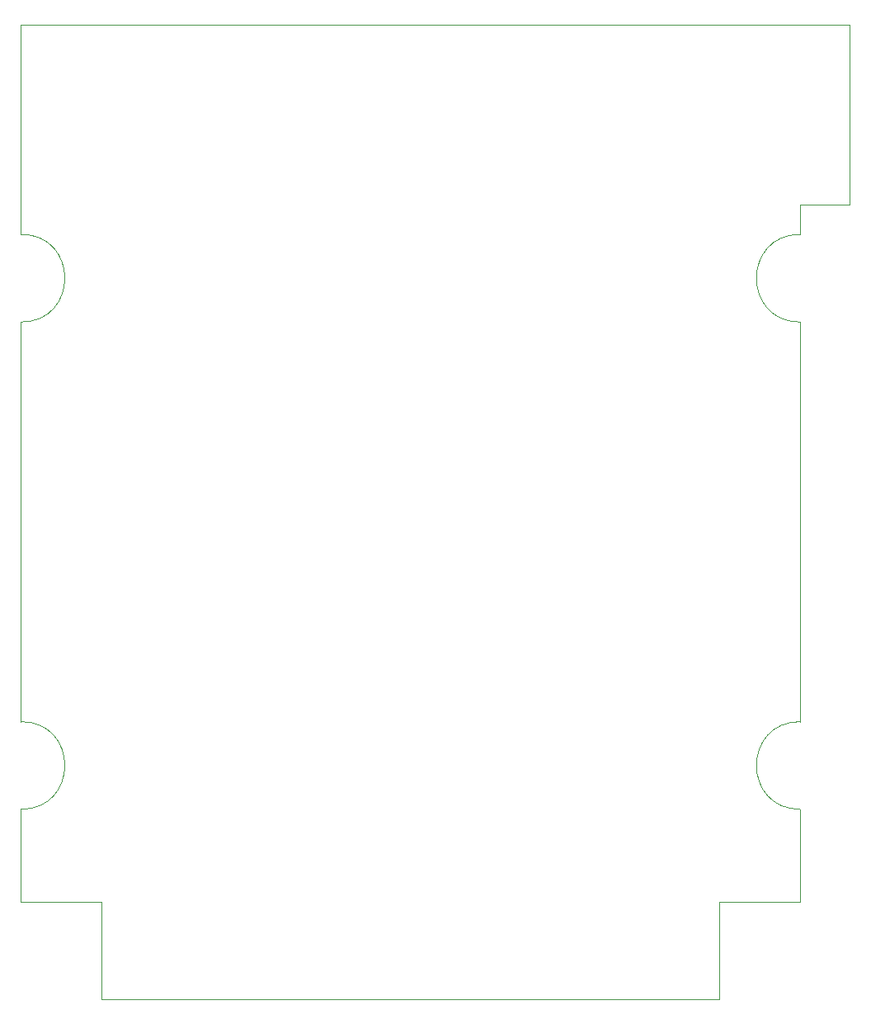
<source format=gbr>
%TF.GenerationSoftware,KiCad,Pcbnew,8.0.2*%
%TF.CreationDate,2025-01-02T22:32:26+01:00*%
%TF.ProjectId,port2-sdcard-interface,706f7274-322d-4736-9463-6172642d696e,rev6*%
%TF.SameCoordinates,Original*%
%TF.FileFunction,Profile,NP*%
%FSLAX46Y46*%
G04 Gerber Fmt 4.6, Leading zero omitted, Abs format (unit mm)*
G04 Created by KiCad (PCBNEW 8.0.2) date 2025-01-02 22:32:26*
%MOMM*%
%LPD*%
G01*
G04 APERTURE LIST*
%TA.AperFunction,Profile*%
%ADD10C,0.050000*%
%TD*%
%TA.AperFunction,Profile*%
%ADD11C,0.100000*%
%TD*%
G04 APERTURE END LIST*
D10*
X21590000Y-37280000D02*
X21590000Y-32780000D01*
X93590000Y-107780000D02*
X101590000Y-107780000D01*
X21590000Y-107780000D02*
X21590000Y-100780000D01*
X21590000Y-39280000D02*
X21590000Y-37280000D01*
X61590000Y-17780000D02*
X21590000Y-17780000D01*
X101590000Y-98280000D02*
G75*
G02*
X101590000Y-89280000I0J4500000D01*
G01*
X21590000Y-39280000D02*
G75*
G02*
X21590000Y-48280000I0J-4500000D01*
G01*
X21590000Y-17780000D02*
X21590000Y-32780000D01*
X101590001Y-57080001D02*
X101590001Y-68480000D01*
X21590000Y-82780000D02*
X21590000Y-87280000D01*
X101590000Y-100780000D02*
X101590000Y-98280000D01*
X101590000Y-83680000D02*
X101590000Y-74092000D01*
X21590000Y-89280000D02*
X21590000Y-87780000D01*
X93251000Y-117780000D02*
X29878000Y-117780000D01*
X101590000Y-48380000D02*
X101590000Y-48280000D01*
X93251000Y-107780000D02*
X93590000Y-107780000D01*
X101590001Y-57080001D02*
X101590000Y-51480000D01*
X101590000Y-89280000D02*
X101590000Y-83680000D01*
X21590000Y-82780000D02*
X21590000Y-48280000D01*
X29878000Y-117780000D02*
X29878000Y-107780000D01*
D11*
X106655000Y-17780000D02*
X106655000Y-36230000D01*
D10*
X29590000Y-107780000D02*
X21590000Y-107780000D01*
D11*
X106655000Y-36230000D02*
X101590000Y-36230000D01*
D10*
X101590000Y-107780000D02*
X101590000Y-100780000D01*
X29878000Y-107780000D02*
X29590000Y-107780000D01*
X101590000Y-74092000D02*
X101590001Y-68480000D01*
X101590000Y-39280000D02*
X101590000Y-36230000D01*
X93251000Y-117780000D02*
X93251000Y-107780000D01*
X21590000Y-89280000D02*
G75*
G02*
X21590000Y-98280000I0J-4500000D01*
G01*
X21590000Y-100780000D02*
X21590000Y-98280000D01*
X21590000Y-87780000D02*
X21590000Y-87280000D01*
X101590000Y-48280000D02*
G75*
G02*
X101590000Y-39280000I0J4500000D01*
G01*
X101590000Y-48380000D02*
X101590000Y-51480000D01*
X61590000Y-17780000D02*
X106655000Y-17780000D01*
M02*

</source>
